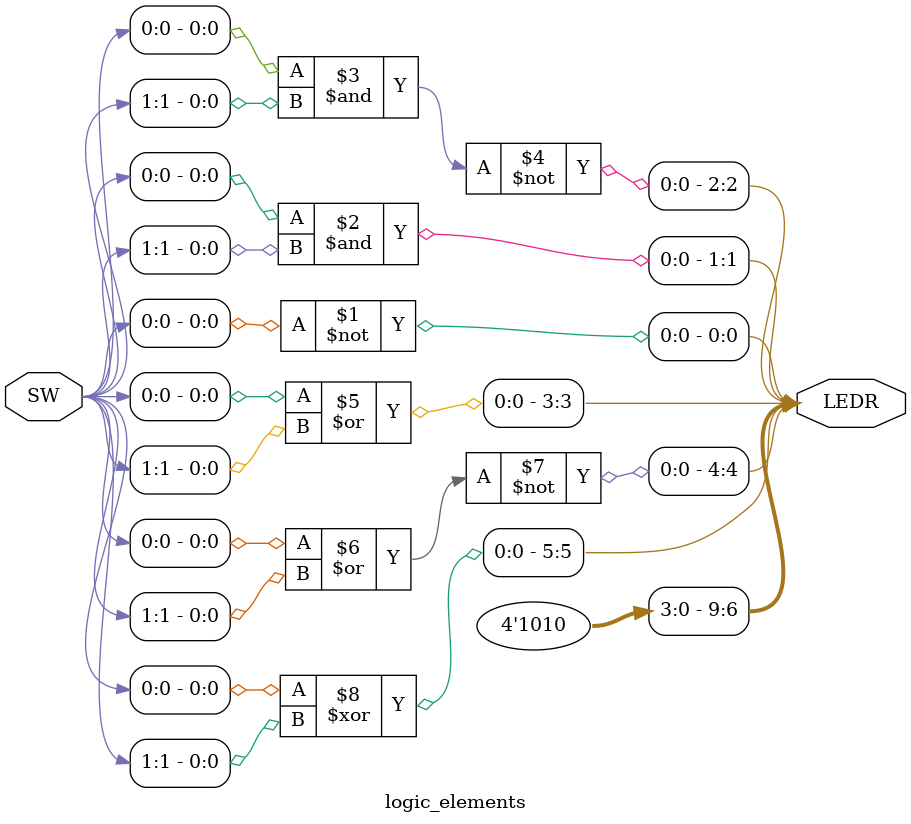
<source format=v>
module logic_elements(SW, LEDR);

input   [9:0]   SW;
output  [9:0]   LEDR;

assign LEDR[0] = ~SW[0];

assign LEDR[1] = SW[0] & SW[1];

assign LEDR[2] = ~(SW[0] & SW[1]);

assign LEDR[3] = SW[0] | SW[1];

assign LEDR[4] = ~(SW[0] | SW[1]);

assign LEDR[5] = SW[0] ^ SW[1];

assign LEDR[9:6] = 4'b1010;

endmodule

</source>
